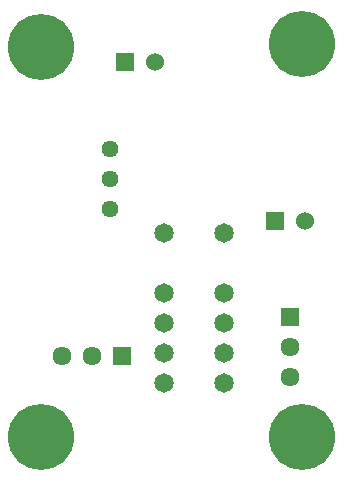
<source format=gbr>
%TF.GenerationSoftware,KiCad,Pcbnew,7.0.2*%
%TF.CreationDate,2023-05-21T22:41:38+02:00*%
%TF.ProjectId,AMS & IMD Reset,414d5320-2620-4494-9d44-205265736574,rev?*%
%TF.SameCoordinates,Original*%
%TF.FileFunction,Soldermask,Bot*%
%TF.FilePolarity,Negative*%
%FSLAX46Y46*%
G04 Gerber Fmt 4.6, Leading zero omitted, Abs format (unit mm)*
G04 Created by KiCad (PCBNEW 7.0.2) date 2023-05-21 22:41:38*
%MOMM*%
%LPD*%
G01*
G04 APERTURE LIST*
%ADD10R,1.610000X1.610000*%
%ADD11C,1.610000*%
%ADD12C,5.600000*%
%ADD13R,1.530000X1.530000*%
%ADD14C,1.530000*%
%ADD15C,1.440000*%
%ADD16C,1.650000*%
G04 APERTURE END LIST*
D10*
%TO.C,J2*%
X183896000Y-100076000D03*
D11*
X183896000Y-102616000D03*
X183896000Y-105156000D03*
%TD*%
D10*
%TO.C,J1*%
X169672000Y-103378000D03*
D11*
X167132000Y-103378000D03*
X164592000Y-103378000D03*
%TD*%
D12*
%TO.C,*%
X162814000Y-110236000D03*
%TD*%
D13*
%TO.C,J3*%
X169926000Y-78486000D03*
D14*
X172466000Y-78486000D03*
%TD*%
D15*
%TO.C,U1*%
X168656000Y-90932000D03*
X168656000Y-88392000D03*
X168656000Y-85852000D03*
%TD*%
D12*
%TO.C,*%
X184912000Y-76962000D03*
%TD*%
D16*
%TO.C,K2*%
X173228000Y-92964000D03*
X173228000Y-98044000D03*
X173228000Y-100584000D03*
X173228000Y-103124000D03*
X173228000Y-105664000D03*
X178308000Y-105664000D03*
X178308000Y-103124000D03*
X178308000Y-100584000D03*
X178308000Y-98044000D03*
X178308000Y-92964000D03*
%TD*%
D12*
%TO.C,*%
X162814000Y-77216000D03*
%TD*%
D13*
%TO.C,J4*%
X182626000Y-91948000D03*
D14*
X185166000Y-91948000D03*
%TD*%
D12*
%TO.C,*%
X184912000Y-110236000D03*
%TD*%
M02*

</source>
